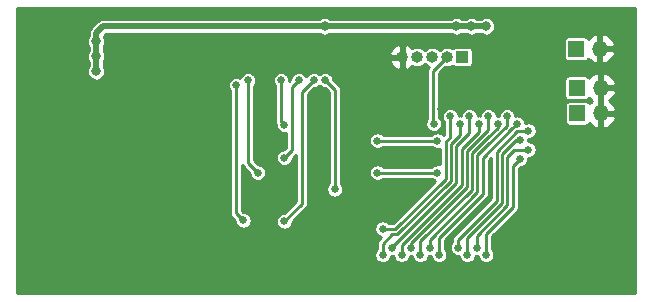
<source format=gbl>
G04 #@! TF.GenerationSoftware,KiCad,Pcbnew,(5.1.6)-1*
G04 #@! TF.CreationDate,2020-10-07T22:12:15+02:00*
G04 #@! TF.ProjectId,PeugeoutTypeCDisplayHack,50657567-656f-4757-9454-797065434469,1*
G04 #@! TF.SameCoordinates,Original*
G04 #@! TF.FileFunction,Copper,L2,Bot*
G04 #@! TF.FilePolarity,Positive*
%FSLAX46Y46*%
G04 Gerber Fmt 4.6, Leading zero omitted, Abs format (unit mm)*
G04 Created by KiCad (PCBNEW (5.1.6)-1) date 2020-10-07 22:12:15*
%MOMM*%
%LPD*%
G01*
G04 APERTURE LIST*
G04 #@! TA.AperFunction,ComponentPad*
%ADD10R,1.350000X1.350000*%
G04 #@! TD*
G04 #@! TA.AperFunction,ComponentPad*
%ADD11O,1.350000X1.350000*%
G04 #@! TD*
G04 #@! TA.AperFunction,ComponentPad*
%ADD12R,1.000000X1.000000*%
G04 #@! TD*
G04 #@! TA.AperFunction,ComponentPad*
%ADD13O,1.000000X1.000000*%
G04 #@! TD*
G04 #@! TA.AperFunction,ViaPad*
%ADD14C,0.800000*%
G04 #@! TD*
G04 #@! TA.AperFunction,ViaPad*
%ADD15C,0.650000*%
G04 #@! TD*
G04 #@! TA.AperFunction,Conductor*
%ADD16C,0.500000*%
G04 #@! TD*
G04 #@! TA.AperFunction,Conductor*
%ADD17C,0.250000*%
G04 #@! TD*
G04 #@! TA.AperFunction,Conductor*
%ADD18C,0.254000*%
G04 #@! TD*
G04 APERTURE END LIST*
D10*
X148323500Y-106712000D03*
D11*
X150323500Y-106712000D03*
D10*
X148355500Y-108871000D03*
D11*
X150355500Y-108871000D03*
D10*
X148260000Y-103410000D03*
D11*
X150260000Y-103410000D03*
D12*
X138608000Y-104108500D03*
D13*
X137338000Y-104108500D03*
X136068000Y-104108500D03*
X134798000Y-104108500D03*
X133528000Y-104108500D03*
D14*
X140640000Y-101505000D03*
X139370000Y-101505000D03*
X138100000Y-101505000D03*
X107620000Y-105315000D03*
X107620000Y-102775000D03*
X107620000Y-104045000D03*
X126949400Y-101505000D03*
D15*
X120066000Y-117938800D03*
X119481800Y-106483400D03*
X131877000Y-118650000D03*
X137605000Y-109125000D03*
X131877558Y-120872500D03*
X138405000Y-109760000D03*
X132673476Y-120237500D03*
X139205000Y-109125000D03*
X133469394Y-120872500D03*
X140005000Y-109760000D03*
X134265312Y-120237500D03*
X140805000Y-109125000D03*
X135061230Y-120872500D03*
X141605000Y-109760000D03*
X135857148Y-120237500D03*
X142405000Y-109125000D03*
X136653066Y-120872500D03*
X143205000Y-109760000D03*
X138244902Y-120237500D03*
X144196000Y-110344500D03*
X139040820Y-120872500D03*
X143497500Y-111144500D03*
X139836738Y-120237500D03*
X144196000Y-111944500D03*
X140632656Y-120872500D03*
X143497500Y-112744500D03*
X127813000Y-115297200D03*
X127000200Y-106051600D03*
X123545800Y-118015000D03*
X126035000Y-106051600D03*
X123545800Y-112630200D03*
X124765000Y-106051600D03*
X123545800Y-109836200D03*
X123266400Y-106051600D03*
X121285200Y-113887500D03*
X120472400Y-106077000D03*
X131432500Y-113887500D03*
X136512500Y-113887500D03*
X131432500Y-111188750D03*
X136512500Y-111188750D03*
X144196000Y-115144500D03*
X144005000Y-108490000D03*
X136805000Y-108490000D03*
X125247600Y-103029000D03*
X120243800Y-103029000D03*
X127750000Y-103029000D03*
X126289000Y-111188750D03*
X126289000Y-113887500D03*
X126289000Y-116586250D03*
X126289000Y-119285000D03*
X127102050Y-120555000D03*
X127897968Y-121190000D03*
X128693886Y-120618500D03*
X126306132Y-121190000D03*
X105080000Y-117380000D03*
X103810000Y-117380000D03*
X103810000Y-118650000D03*
X103810000Y-119920000D03*
X105016500Y-121190000D03*
X103810000Y-121190000D03*
X104445000Y-116745000D03*
X103175000Y-118015000D03*
X103175000Y-119285000D03*
X103175000Y-120555000D03*
X105715000Y-116745000D03*
X116827500Y-113900200D03*
X116827500Y-111188750D03*
X126289000Y-108490000D03*
X116827500Y-116586250D03*
X116129000Y-116586250D03*
X116129000Y-119285000D03*
X116827500Y-119285000D03*
X116129000Y-111207800D03*
X116129000Y-113900200D03*
X147688500Y-111220500D03*
X147688500Y-113824000D03*
X152006500Y-116618000D03*
X136195000Y-109760000D03*
D16*
X140640000Y-101505000D02*
X108191500Y-101505000D01*
X107620000Y-102076500D02*
X107620000Y-105315000D01*
X108191500Y-101505000D02*
X107620000Y-102076500D01*
D17*
X119481800Y-117354600D02*
X120066000Y-117938800D01*
X119481800Y-106483400D02*
X119481800Y-117354600D01*
X137605000Y-109125000D02*
X137605000Y-110903542D01*
X137605000Y-110903542D02*
X137199980Y-111308562D01*
X137199980Y-111308562D02*
X137199980Y-114402290D01*
X132952270Y-118650000D02*
X131877000Y-118650000D01*
X137199980Y-114402290D02*
X132952270Y-118650000D01*
X131877558Y-119918032D02*
X131877558Y-120872500D01*
X132670045Y-119125545D02*
X131877558Y-119918032D01*
X138405000Y-109760000D02*
X138405000Y-110739952D01*
X138405000Y-110739952D02*
X137649990Y-111494962D01*
X137649990Y-111494962D02*
X137649990Y-114588690D01*
X137649990Y-114588690D02*
X133113135Y-119125545D01*
X133113135Y-119125545D02*
X132670045Y-119125545D01*
X138100000Y-114775090D02*
X138100000Y-111681362D01*
X132673476Y-120237500D02*
X132673476Y-120201614D01*
X139205000Y-110576362D02*
X139205000Y-109125000D01*
X138100000Y-111681362D02*
X139205000Y-110576362D01*
X132673476Y-120201614D02*
X138100000Y-114775090D01*
X133469394Y-120042106D02*
X133469394Y-120872500D01*
X138550010Y-114961490D02*
X133469394Y-120042106D01*
X138550010Y-111867762D02*
X138550010Y-114961490D01*
X140005000Y-110412772D02*
X138550010Y-111867762D01*
X140005000Y-109760000D02*
X140005000Y-110412772D01*
X140805000Y-110249182D02*
X140805000Y-109125000D01*
X139000020Y-115147890D02*
X139000020Y-112054162D01*
X134265312Y-119882598D02*
X139000020Y-115147890D01*
X139000020Y-112054162D02*
X140805000Y-110249182D01*
X134265312Y-120237500D02*
X134265312Y-119882598D01*
X141605000Y-110085592D02*
X141605000Y-109760000D01*
X140809046Y-110881546D02*
X141605000Y-110085592D01*
X140809046Y-110883134D02*
X140809046Y-110881546D01*
X140548950Y-111143230D02*
X140809046Y-110883134D01*
X135061230Y-120872500D02*
X135061230Y-120071416D01*
X140548950Y-111143230D02*
X140547362Y-111143230D01*
X139450030Y-112240562D02*
X139450029Y-115334291D01*
X140547362Y-111143230D02*
X139450030Y-112240562D01*
X135061230Y-119723090D02*
X135061230Y-120071416D01*
X139450029Y-115334291D02*
X135061230Y-119723090D01*
X142405000Y-109125000D02*
X142405000Y-109922002D01*
X139900040Y-112468460D02*
X139900038Y-115520692D01*
X135857148Y-119563582D02*
X135857148Y-120237500D01*
X139900038Y-115520692D02*
X135857148Y-119563582D01*
X142405000Y-109125000D02*
X142405000Y-109923590D01*
X140735351Y-111593239D02*
X140733763Y-111593239D01*
X142405000Y-109923590D02*
X140735351Y-111593239D01*
X139900040Y-112426962D02*
X139900040Y-112468460D01*
X140733763Y-111593239D02*
X139900040Y-112426962D01*
X142855009Y-110109991D02*
X140350058Y-112614942D01*
X140350058Y-112614942D02*
X140350058Y-113351942D01*
X140350049Y-113351951D02*
X140350047Y-115707093D01*
X140350058Y-113351942D02*
X140350049Y-113351951D01*
X136653066Y-119404074D02*
X136653066Y-120872500D01*
X140350047Y-115707093D02*
X136653066Y-119404074D01*
X142855009Y-110109991D02*
X143205000Y-109760000D01*
X138244902Y-120237500D02*
X138244902Y-119556902D01*
X138244902Y-119556902D02*
X141529000Y-116272804D01*
X144130499Y-110410001D02*
X144196000Y-110344500D01*
X141529000Y-112150998D02*
X143269997Y-110410001D01*
X143269997Y-110410001D02*
X144130499Y-110410001D01*
X141529000Y-116272804D02*
X141529000Y-112150998D01*
X139040820Y-120058680D02*
X139040820Y-120872500D01*
X143497500Y-111144500D02*
X143171908Y-111144500D01*
X141979010Y-112337398D02*
X141979010Y-116459204D01*
X143171908Y-111144500D02*
X141979010Y-112337398D01*
X139040820Y-119397394D02*
X139040820Y-120058680D01*
X141979010Y-116459204D02*
X139040820Y-119397394D01*
X142429020Y-112542980D02*
X142429019Y-116645605D01*
X144196000Y-111944500D02*
X143027500Y-111944500D01*
X139836738Y-119237886D02*
X139836738Y-120237500D01*
X142429019Y-116645605D02*
X139836738Y-119237886D01*
X143027500Y-111944500D02*
X142429020Y-112542980D01*
X143497500Y-112744500D02*
X142879030Y-113362970D01*
X142879030Y-113362970D02*
X142879028Y-116832006D01*
X140632656Y-119078378D02*
X140632656Y-120872500D01*
X142879028Y-116832006D02*
X140632656Y-119078378D01*
X127813000Y-106864400D02*
X127000200Y-106051600D01*
X127813000Y-115297200D02*
X127813000Y-106864400D01*
X125019000Y-107067600D02*
X126035000Y-106051600D01*
X123545800Y-118015000D02*
X125019000Y-116541800D01*
X125019000Y-116541800D02*
X125019000Y-107067600D01*
X124195801Y-106620799D02*
X124765000Y-106051600D01*
X124195801Y-111980199D02*
X124195801Y-106620799D01*
X123545800Y-112630200D02*
X124195801Y-111980199D01*
X123266400Y-109556800D02*
X123545800Y-109836200D01*
X123266400Y-106051600D02*
X123266400Y-109556800D01*
X120472400Y-113074700D02*
X121285200Y-113887500D01*
X120472400Y-106077000D02*
X120472400Y-113074700D01*
X131432500Y-113887500D02*
X136512500Y-113887500D01*
X131432500Y-111188750D02*
X136512500Y-111188750D01*
X136154999Y-105291501D02*
X137338000Y-104108500D01*
X136154999Y-109719999D02*
X136154999Y-105291501D01*
X136195000Y-109760000D02*
X136154999Y-109719999D01*
D18*
G36*
X153213000Y-124111000D02*
G01*
X100914400Y-124111000D01*
X100914400Y-106413865D01*
X118775800Y-106413865D01*
X118775800Y-106552935D01*
X118802931Y-106689333D01*
X118856151Y-106817816D01*
X118933414Y-106933449D01*
X118975800Y-106975835D01*
X118975801Y-117329744D01*
X118973353Y-117354600D01*
X118983122Y-117453792D01*
X119012055Y-117549174D01*
X119033927Y-117590092D01*
X119059042Y-117637079D01*
X119122274Y-117714127D01*
X119141580Y-117729971D01*
X119360000Y-117948391D01*
X119360000Y-118008335D01*
X119387131Y-118144733D01*
X119440351Y-118273216D01*
X119517614Y-118388849D01*
X119615951Y-118487186D01*
X119731584Y-118564449D01*
X119860067Y-118617669D01*
X119996465Y-118644800D01*
X120135535Y-118644800D01*
X120271933Y-118617669D01*
X120400416Y-118564449D01*
X120516049Y-118487186D01*
X120614386Y-118388849D01*
X120691649Y-118273216D01*
X120744869Y-118144733D01*
X120772000Y-118008335D01*
X120772000Y-117869265D01*
X120744869Y-117732867D01*
X120691649Y-117604384D01*
X120614386Y-117488751D01*
X120516049Y-117390414D01*
X120400416Y-117313151D01*
X120271933Y-117259931D01*
X120135535Y-117232800D01*
X120075591Y-117232800D01*
X119987800Y-117145009D01*
X119987800Y-113220302D01*
X120002655Y-113269274D01*
X120002656Y-113269275D01*
X120049642Y-113357179D01*
X120112874Y-113434227D01*
X120132180Y-113450071D01*
X120579200Y-113897092D01*
X120579200Y-113957035D01*
X120606331Y-114093433D01*
X120659551Y-114221916D01*
X120736814Y-114337549D01*
X120835151Y-114435886D01*
X120950784Y-114513149D01*
X121079267Y-114566369D01*
X121215665Y-114593500D01*
X121354735Y-114593500D01*
X121491133Y-114566369D01*
X121619616Y-114513149D01*
X121735249Y-114435886D01*
X121833586Y-114337549D01*
X121910849Y-114221916D01*
X121964069Y-114093433D01*
X121991200Y-113957035D01*
X121991200Y-113817965D01*
X121964069Y-113681567D01*
X121910849Y-113553084D01*
X121833586Y-113437451D01*
X121735249Y-113339114D01*
X121619616Y-113261851D01*
X121491133Y-113208631D01*
X121354735Y-113181500D01*
X121294792Y-113181500D01*
X120978400Y-112865109D01*
X120978400Y-106569435D01*
X121020786Y-106527049D01*
X121098049Y-106411416D01*
X121151269Y-106282933D01*
X121178400Y-106146535D01*
X121178400Y-106007465D01*
X121173348Y-105982065D01*
X122560400Y-105982065D01*
X122560400Y-106121135D01*
X122587531Y-106257533D01*
X122640751Y-106386016D01*
X122718014Y-106501649D01*
X122760400Y-106544035D01*
X122760401Y-109531944D01*
X122757953Y-109556800D01*
X122767722Y-109655992D01*
X122796655Y-109751374D01*
X122818527Y-109792292D01*
X122839800Y-109832091D01*
X122839800Y-109905735D01*
X122866931Y-110042133D01*
X122920151Y-110170616D01*
X122997414Y-110286249D01*
X123095751Y-110384586D01*
X123211384Y-110461849D01*
X123339867Y-110515069D01*
X123476265Y-110542200D01*
X123615335Y-110542200D01*
X123689801Y-110527388D01*
X123689801Y-111770607D01*
X123536208Y-111924200D01*
X123476265Y-111924200D01*
X123339867Y-111951331D01*
X123211384Y-112004551D01*
X123095751Y-112081814D01*
X122997414Y-112180151D01*
X122920151Y-112295784D01*
X122866931Y-112424267D01*
X122839800Y-112560665D01*
X122839800Y-112699735D01*
X122866931Y-112836133D01*
X122920151Y-112964616D01*
X122997414Y-113080249D01*
X123095751Y-113178586D01*
X123211384Y-113255849D01*
X123339867Y-113309069D01*
X123476265Y-113336200D01*
X123615335Y-113336200D01*
X123751733Y-113309069D01*
X123880216Y-113255849D01*
X123995849Y-113178586D01*
X124094186Y-113080249D01*
X124171449Y-112964616D01*
X124224669Y-112836133D01*
X124251800Y-112699735D01*
X124251800Y-112639792D01*
X124513000Y-112378591D01*
X124513000Y-116332208D01*
X123536209Y-117309000D01*
X123476265Y-117309000D01*
X123339867Y-117336131D01*
X123211384Y-117389351D01*
X123095751Y-117466614D01*
X122997414Y-117564951D01*
X122920151Y-117680584D01*
X122866931Y-117809067D01*
X122839800Y-117945465D01*
X122839800Y-118084535D01*
X122866931Y-118220933D01*
X122920151Y-118349416D01*
X122997414Y-118465049D01*
X123095751Y-118563386D01*
X123211384Y-118640649D01*
X123339867Y-118693869D01*
X123476265Y-118721000D01*
X123615335Y-118721000D01*
X123751733Y-118693869D01*
X123880216Y-118640649D01*
X123995849Y-118563386D01*
X124094186Y-118465049D01*
X124171449Y-118349416D01*
X124224669Y-118220933D01*
X124251800Y-118084535D01*
X124251800Y-118024591D01*
X125359220Y-116917172D01*
X125378527Y-116901327D01*
X125441759Y-116824279D01*
X125488745Y-116736375D01*
X125517678Y-116640993D01*
X125525000Y-116566654D01*
X125525000Y-116566647D01*
X125527447Y-116541801D01*
X125525000Y-116516955D01*
X125525000Y-107277191D01*
X126044592Y-106757600D01*
X126104535Y-106757600D01*
X126240933Y-106730469D01*
X126369416Y-106677249D01*
X126485049Y-106599986D01*
X126517600Y-106567435D01*
X126550151Y-106599986D01*
X126665784Y-106677249D01*
X126794267Y-106730469D01*
X126930665Y-106757600D01*
X126990609Y-106757600D01*
X127307001Y-107073993D01*
X127307000Y-114804765D01*
X127264614Y-114847151D01*
X127187351Y-114962784D01*
X127134131Y-115091267D01*
X127107000Y-115227665D01*
X127107000Y-115366735D01*
X127134131Y-115503133D01*
X127187351Y-115631616D01*
X127264614Y-115747249D01*
X127362951Y-115845586D01*
X127478584Y-115922849D01*
X127607067Y-115976069D01*
X127743465Y-116003200D01*
X127882535Y-116003200D01*
X128018933Y-115976069D01*
X128147416Y-115922849D01*
X128263049Y-115845586D01*
X128361386Y-115747249D01*
X128438649Y-115631616D01*
X128491869Y-115503133D01*
X128519000Y-115366735D01*
X128519000Y-115227665D01*
X128491869Y-115091267D01*
X128438649Y-114962784D01*
X128361386Y-114847151D01*
X128319000Y-114804765D01*
X128319000Y-111119215D01*
X130726500Y-111119215D01*
X130726500Y-111258285D01*
X130753631Y-111394683D01*
X130806851Y-111523166D01*
X130884114Y-111638799D01*
X130982451Y-111737136D01*
X131098084Y-111814399D01*
X131226567Y-111867619D01*
X131362965Y-111894750D01*
X131502035Y-111894750D01*
X131638433Y-111867619D01*
X131766916Y-111814399D01*
X131882549Y-111737136D01*
X131924935Y-111694750D01*
X136020065Y-111694750D01*
X136062451Y-111737136D01*
X136178084Y-111814399D01*
X136306567Y-111867619D01*
X136442965Y-111894750D01*
X136582035Y-111894750D01*
X136693980Y-111872483D01*
X136693981Y-113203767D01*
X136582035Y-113181500D01*
X136442965Y-113181500D01*
X136306567Y-113208631D01*
X136178084Y-113261851D01*
X136062451Y-113339114D01*
X136020065Y-113381500D01*
X131924935Y-113381500D01*
X131882549Y-113339114D01*
X131766916Y-113261851D01*
X131638433Y-113208631D01*
X131502035Y-113181500D01*
X131362965Y-113181500D01*
X131226567Y-113208631D01*
X131098084Y-113261851D01*
X130982451Y-113339114D01*
X130884114Y-113437451D01*
X130806851Y-113553084D01*
X130753631Y-113681567D01*
X130726500Y-113817965D01*
X130726500Y-113957035D01*
X130753631Y-114093433D01*
X130806851Y-114221916D01*
X130884114Y-114337549D01*
X130982451Y-114435886D01*
X131098084Y-114513149D01*
X131226567Y-114566369D01*
X131362965Y-114593500D01*
X131502035Y-114593500D01*
X131638433Y-114566369D01*
X131766916Y-114513149D01*
X131882549Y-114435886D01*
X131924935Y-114393500D01*
X136020065Y-114393500D01*
X136062451Y-114435886D01*
X136178084Y-114513149D01*
X136306567Y-114566369D01*
X136318029Y-114568649D01*
X132742679Y-118144000D01*
X132369435Y-118144000D01*
X132327049Y-118101614D01*
X132211416Y-118024351D01*
X132082933Y-117971131D01*
X131946535Y-117944000D01*
X131807465Y-117944000D01*
X131671067Y-117971131D01*
X131542584Y-118024351D01*
X131426951Y-118101614D01*
X131328614Y-118199951D01*
X131251351Y-118315584D01*
X131198131Y-118444067D01*
X131171000Y-118580465D01*
X131171000Y-118719535D01*
X131198131Y-118855933D01*
X131251351Y-118984416D01*
X131328614Y-119100049D01*
X131426951Y-119198386D01*
X131542584Y-119275649D01*
X131671067Y-119328869D01*
X131737847Y-119342152D01*
X131537343Y-119542656D01*
X131518031Y-119558505D01*
X131454799Y-119635553D01*
X131407813Y-119723458D01*
X131378880Y-119818840D01*
X131371558Y-119893179D01*
X131371558Y-119893186D01*
X131369111Y-119918032D01*
X131371558Y-119942879D01*
X131371558Y-120380065D01*
X131329172Y-120422451D01*
X131251909Y-120538084D01*
X131198689Y-120666567D01*
X131171558Y-120802965D01*
X131171558Y-120942035D01*
X131198689Y-121078433D01*
X131251909Y-121206916D01*
X131329172Y-121322549D01*
X131427509Y-121420886D01*
X131543142Y-121498149D01*
X131671625Y-121551369D01*
X131808023Y-121578500D01*
X131947093Y-121578500D01*
X132083491Y-121551369D01*
X132211974Y-121498149D01*
X132327607Y-121420886D01*
X132425944Y-121322549D01*
X132503207Y-121206916D01*
X132556427Y-121078433D01*
X132583558Y-120942035D01*
X132583558Y-120939446D01*
X132603941Y-120943500D01*
X132743011Y-120943500D01*
X132763394Y-120939446D01*
X132763394Y-120942035D01*
X132790525Y-121078433D01*
X132843745Y-121206916D01*
X132921008Y-121322549D01*
X133019345Y-121420886D01*
X133134978Y-121498149D01*
X133263461Y-121551369D01*
X133399859Y-121578500D01*
X133538929Y-121578500D01*
X133675327Y-121551369D01*
X133803810Y-121498149D01*
X133919443Y-121420886D01*
X134017780Y-121322549D01*
X134095043Y-121206916D01*
X134148263Y-121078433D01*
X134175394Y-120942035D01*
X134175394Y-120939446D01*
X134195777Y-120943500D01*
X134334847Y-120943500D01*
X134355230Y-120939446D01*
X134355230Y-120942035D01*
X134382361Y-121078433D01*
X134435581Y-121206916D01*
X134512844Y-121322549D01*
X134611181Y-121420886D01*
X134726814Y-121498149D01*
X134855297Y-121551369D01*
X134991695Y-121578500D01*
X135130765Y-121578500D01*
X135267163Y-121551369D01*
X135395646Y-121498149D01*
X135511279Y-121420886D01*
X135609616Y-121322549D01*
X135686879Y-121206916D01*
X135740099Y-121078433D01*
X135767230Y-120942035D01*
X135767230Y-120939446D01*
X135787613Y-120943500D01*
X135926683Y-120943500D01*
X135947066Y-120939446D01*
X135947066Y-120942035D01*
X135974197Y-121078433D01*
X136027417Y-121206916D01*
X136104680Y-121322549D01*
X136203017Y-121420886D01*
X136318650Y-121498149D01*
X136447133Y-121551369D01*
X136583531Y-121578500D01*
X136722601Y-121578500D01*
X136858999Y-121551369D01*
X136987482Y-121498149D01*
X137103115Y-121420886D01*
X137201452Y-121322549D01*
X137278715Y-121206916D01*
X137331935Y-121078433D01*
X137359066Y-120942035D01*
X137359066Y-120802965D01*
X137331935Y-120666567D01*
X137278715Y-120538084D01*
X137201452Y-120422451D01*
X137159066Y-120380065D01*
X137159066Y-119613665D01*
X140690272Y-116082460D01*
X140709573Y-116066620D01*
X140725413Y-116047319D01*
X140725417Y-116047315D01*
X140772805Y-115989572D01*
X140819792Y-115901668D01*
X140848725Y-115806286D01*
X140858495Y-115707093D01*
X140856046Y-115682229D01*
X140856049Y-113376888D01*
X140856058Y-113376796D01*
X140858506Y-113351942D01*
X140856058Y-113327088D01*
X140856058Y-112824533D01*
X141023001Y-112657590D01*
X141023000Y-116063212D01*
X137904683Y-119181530D01*
X137885376Y-119197375D01*
X137822144Y-119274423D01*
X137809434Y-119298202D01*
X137775157Y-119362328D01*
X137746224Y-119457710D01*
X137736455Y-119556902D01*
X137738903Y-119581758D01*
X137738903Y-119745064D01*
X137696516Y-119787451D01*
X137619253Y-119903084D01*
X137566033Y-120031567D01*
X137538902Y-120167965D01*
X137538902Y-120307035D01*
X137566033Y-120443433D01*
X137619253Y-120571916D01*
X137696516Y-120687549D01*
X137794853Y-120785886D01*
X137910486Y-120863149D01*
X138038969Y-120916369D01*
X138175367Y-120943500D01*
X138314437Y-120943500D01*
X138334820Y-120939446D01*
X138334820Y-120942035D01*
X138361951Y-121078433D01*
X138415171Y-121206916D01*
X138492434Y-121322549D01*
X138590771Y-121420886D01*
X138706404Y-121498149D01*
X138834887Y-121551369D01*
X138971285Y-121578500D01*
X139110355Y-121578500D01*
X139246753Y-121551369D01*
X139375236Y-121498149D01*
X139490869Y-121420886D01*
X139589206Y-121322549D01*
X139666469Y-121206916D01*
X139719689Y-121078433D01*
X139746820Y-120942035D01*
X139746820Y-120939446D01*
X139767203Y-120943500D01*
X139906273Y-120943500D01*
X139926656Y-120939446D01*
X139926656Y-120942035D01*
X139953787Y-121078433D01*
X140007007Y-121206916D01*
X140084270Y-121322549D01*
X140182607Y-121420886D01*
X140298240Y-121498149D01*
X140426723Y-121551369D01*
X140563121Y-121578500D01*
X140702191Y-121578500D01*
X140838589Y-121551369D01*
X140967072Y-121498149D01*
X141082705Y-121420886D01*
X141181042Y-121322549D01*
X141258305Y-121206916D01*
X141311525Y-121078433D01*
X141338656Y-120942035D01*
X141338656Y-120802965D01*
X141311525Y-120666567D01*
X141258305Y-120538084D01*
X141181042Y-120422451D01*
X141138656Y-120380065D01*
X141138656Y-119287969D01*
X143219253Y-117207373D01*
X143238554Y-117191533D01*
X143254394Y-117172232D01*
X143254398Y-117172228D01*
X143301786Y-117114485D01*
X143348773Y-117026581D01*
X143377706Y-116931199D01*
X143387476Y-116832006D01*
X143385027Y-116807142D01*
X143385030Y-113572561D01*
X143507091Y-113450500D01*
X143567035Y-113450500D01*
X143703433Y-113423369D01*
X143831916Y-113370149D01*
X143947549Y-113292886D01*
X144045886Y-113194549D01*
X144123149Y-113078916D01*
X144176369Y-112950433D01*
X144203500Y-112814035D01*
X144203500Y-112674965D01*
X144198634Y-112650500D01*
X144265535Y-112650500D01*
X144401933Y-112623369D01*
X144530416Y-112570149D01*
X144646049Y-112492886D01*
X144744386Y-112394549D01*
X144821649Y-112278916D01*
X144874869Y-112150433D01*
X144902000Y-112014035D01*
X144902000Y-111874965D01*
X144874869Y-111738567D01*
X144821649Y-111610084D01*
X144744386Y-111494451D01*
X144646049Y-111396114D01*
X144530416Y-111318851D01*
X144401933Y-111265631D01*
X144265535Y-111238500D01*
X144198634Y-111238500D01*
X144203500Y-111214035D01*
X144203500Y-111074965D01*
X144198634Y-111050500D01*
X144265535Y-111050500D01*
X144401933Y-111023369D01*
X144530416Y-110970149D01*
X144646049Y-110892886D01*
X144744386Y-110794549D01*
X144821649Y-110678916D01*
X144874869Y-110550433D01*
X144902000Y-110414035D01*
X144902000Y-110274965D01*
X144874869Y-110138567D01*
X144821649Y-110010084D01*
X144744386Y-109894451D01*
X144646049Y-109796114D01*
X144530416Y-109718851D01*
X144401933Y-109665631D01*
X144265535Y-109638500D01*
X144126465Y-109638500D01*
X143990067Y-109665631D01*
X143911000Y-109698382D01*
X143911000Y-109690465D01*
X143883869Y-109554067D01*
X143830649Y-109425584D01*
X143753386Y-109309951D01*
X143655049Y-109211614D01*
X143539416Y-109134351D01*
X143410933Y-109081131D01*
X143274535Y-109054000D01*
X143135465Y-109054000D01*
X143111000Y-109058866D01*
X143111000Y-109055465D01*
X143083869Y-108919067D01*
X143030649Y-108790584D01*
X142953386Y-108674951D01*
X142855049Y-108576614D01*
X142739416Y-108499351D01*
X142610933Y-108446131D01*
X142474535Y-108419000D01*
X142335465Y-108419000D01*
X142199067Y-108446131D01*
X142070584Y-108499351D01*
X141954951Y-108576614D01*
X141856614Y-108674951D01*
X141779351Y-108790584D01*
X141726131Y-108919067D01*
X141699000Y-109055465D01*
X141699000Y-109058866D01*
X141674535Y-109054000D01*
X141535465Y-109054000D01*
X141511000Y-109058866D01*
X141511000Y-109055465D01*
X141483869Y-108919067D01*
X141430649Y-108790584D01*
X141353386Y-108674951D01*
X141255049Y-108576614D01*
X141139416Y-108499351D01*
X141010933Y-108446131D01*
X140874535Y-108419000D01*
X140735465Y-108419000D01*
X140599067Y-108446131D01*
X140470584Y-108499351D01*
X140354951Y-108576614D01*
X140256614Y-108674951D01*
X140179351Y-108790584D01*
X140126131Y-108919067D01*
X140099000Y-109055465D01*
X140099000Y-109058866D01*
X140074535Y-109054000D01*
X139935465Y-109054000D01*
X139911000Y-109058866D01*
X139911000Y-109055465D01*
X139883869Y-108919067D01*
X139830649Y-108790584D01*
X139753386Y-108674951D01*
X139655049Y-108576614D01*
X139539416Y-108499351D01*
X139410933Y-108446131D01*
X139274535Y-108419000D01*
X139135465Y-108419000D01*
X138999067Y-108446131D01*
X138870584Y-108499351D01*
X138754951Y-108576614D01*
X138656614Y-108674951D01*
X138579351Y-108790584D01*
X138526131Y-108919067D01*
X138499000Y-109055465D01*
X138499000Y-109058866D01*
X138474535Y-109054000D01*
X138335465Y-109054000D01*
X138311000Y-109058866D01*
X138311000Y-109055465D01*
X138283869Y-108919067D01*
X138230649Y-108790584D01*
X138153386Y-108674951D01*
X138055049Y-108576614D01*
X137939416Y-108499351D01*
X137810933Y-108446131D01*
X137674535Y-108419000D01*
X137535465Y-108419000D01*
X137399067Y-108446131D01*
X137270584Y-108499351D01*
X137154951Y-108576614D01*
X137056614Y-108674951D01*
X136979351Y-108790584D01*
X136926131Y-108919067D01*
X136899000Y-109055465D01*
X136899000Y-109194535D01*
X136926131Y-109330933D01*
X136979351Y-109459416D01*
X137056614Y-109575049D01*
X137099000Y-109617435D01*
X137099001Y-110693950D01*
X137057568Y-110735383D01*
X136962549Y-110640364D01*
X136846916Y-110563101D01*
X136718433Y-110509881D01*
X136582035Y-110482750D01*
X136442965Y-110482750D01*
X136306567Y-110509881D01*
X136178084Y-110563101D01*
X136062451Y-110640364D01*
X136020065Y-110682750D01*
X131924935Y-110682750D01*
X131882549Y-110640364D01*
X131766916Y-110563101D01*
X131638433Y-110509881D01*
X131502035Y-110482750D01*
X131362965Y-110482750D01*
X131226567Y-110509881D01*
X131098084Y-110563101D01*
X130982451Y-110640364D01*
X130884114Y-110738701D01*
X130806851Y-110854334D01*
X130753631Y-110982817D01*
X130726500Y-111119215D01*
X128319000Y-111119215D01*
X128319000Y-106889254D01*
X128321448Y-106864400D01*
X128311678Y-106765207D01*
X128282745Y-106669825D01*
X128235759Y-106581921D01*
X128172527Y-106504873D01*
X128153220Y-106489028D01*
X127706200Y-106042009D01*
X127706200Y-105982065D01*
X127679069Y-105845667D01*
X127625849Y-105717184D01*
X127548586Y-105601551D01*
X127450249Y-105503214D01*
X127334616Y-105425951D01*
X127206133Y-105372731D01*
X127069735Y-105345600D01*
X126930665Y-105345600D01*
X126794267Y-105372731D01*
X126665784Y-105425951D01*
X126550151Y-105503214D01*
X126517600Y-105535765D01*
X126485049Y-105503214D01*
X126369416Y-105425951D01*
X126240933Y-105372731D01*
X126104535Y-105345600D01*
X125965465Y-105345600D01*
X125829067Y-105372731D01*
X125700584Y-105425951D01*
X125584951Y-105503214D01*
X125486614Y-105601551D01*
X125409351Y-105717184D01*
X125400000Y-105739759D01*
X125390649Y-105717184D01*
X125313386Y-105601551D01*
X125215049Y-105503214D01*
X125099416Y-105425951D01*
X124970933Y-105372731D01*
X124834535Y-105345600D01*
X124695465Y-105345600D01*
X124559067Y-105372731D01*
X124430584Y-105425951D01*
X124314951Y-105503214D01*
X124216614Y-105601551D01*
X124139351Y-105717184D01*
X124086131Y-105845667D01*
X124059000Y-105982065D01*
X124059000Y-106042009D01*
X123970544Y-106130464D01*
X123972400Y-106121135D01*
X123972400Y-105982065D01*
X123945269Y-105845667D01*
X123892049Y-105717184D01*
X123814786Y-105601551D01*
X123716449Y-105503214D01*
X123600816Y-105425951D01*
X123472333Y-105372731D01*
X123335935Y-105345600D01*
X123196865Y-105345600D01*
X123060467Y-105372731D01*
X122931984Y-105425951D01*
X122816351Y-105503214D01*
X122718014Y-105601551D01*
X122640751Y-105717184D01*
X122587531Y-105845667D01*
X122560400Y-105982065D01*
X121173348Y-105982065D01*
X121151269Y-105871067D01*
X121098049Y-105742584D01*
X121020786Y-105626951D01*
X120922449Y-105528614D01*
X120806816Y-105451351D01*
X120678333Y-105398131D01*
X120541935Y-105371000D01*
X120402865Y-105371000D01*
X120266467Y-105398131D01*
X120137984Y-105451351D01*
X120022351Y-105528614D01*
X119924014Y-105626951D01*
X119846751Y-105742584D01*
X119801561Y-105851681D01*
X119687733Y-105804531D01*
X119551335Y-105777400D01*
X119412265Y-105777400D01*
X119275867Y-105804531D01*
X119147384Y-105857751D01*
X119031751Y-105935014D01*
X118933414Y-106033351D01*
X118856151Y-106148984D01*
X118802931Y-106277467D01*
X118775800Y-106413865D01*
X100914400Y-106413865D01*
X100914400Y-102698078D01*
X106839000Y-102698078D01*
X106839000Y-102851922D01*
X106869013Y-103002809D01*
X106927887Y-103144942D01*
X106989000Y-103236405D01*
X106989000Y-103583595D01*
X106927887Y-103675058D01*
X106869013Y-103817191D01*
X106839000Y-103968078D01*
X106839000Y-104121922D01*
X106869013Y-104272809D01*
X106927887Y-104414942D01*
X106989001Y-104506406D01*
X106989001Y-104853594D01*
X106927887Y-104945058D01*
X106869013Y-105087191D01*
X106839000Y-105238078D01*
X106839000Y-105391922D01*
X106869013Y-105542809D01*
X106927887Y-105684942D01*
X107013358Y-105812859D01*
X107122141Y-105921642D01*
X107250058Y-106007113D01*
X107392191Y-106065987D01*
X107543078Y-106096000D01*
X107696922Y-106096000D01*
X107847809Y-106065987D01*
X107989942Y-106007113D01*
X108117859Y-105921642D01*
X108226642Y-105812859D01*
X108312113Y-105684942D01*
X108370987Y-105542809D01*
X108401000Y-105391922D01*
X108401000Y-105238078D01*
X108370987Y-105087191D01*
X108312113Y-104945058D01*
X108251000Y-104853595D01*
X108251000Y-104506405D01*
X108312113Y-104414942D01*
X108314004Y-104410376D01*
X132433874Y-104410376D01*
X132513790Y-104618029D01*
X132632682Y-104806101D01*
X132785980Y-104967365D01*
X132967794Y-105095623D01*
X133171136Y-105185946D01*
X133226126Y-105202619D01*
X133401000Y-105076454D01*
X133401000Y-104235500D01*
X132558871Y-104235500D01*
X132433874Y-104410376D01*
X108314004Y-104410376D01*
X108370987Y-104272809D01*
X108401000Y-104121922D01*
X108401000Y-103968078D01*
X108370987Y-103817191D01*
X108366610Y-103806624D01*
X132433874Y-103806624D01*
X132558871Y-103981500D01*
X133401000Y-103981500D01*
X133401000Y-103140546D01*
X133655000Y-103140546D01*
X133655000Y-103981500D01*
X133675000Y-103981500D01*
X133675000Y-104235500D01*
X133655000Y-104235500D01*
X133655000Y-105076454D01*
X133829874Y-105202619D01*
X133884864Y-105185946D01*
X134088206Y-105095623D01*
X134270020Y-104967365D01*
X134358431Y-104874359D01*
X134380690Y-104889232D01*
X134541022Y-104955644D01*
X134711229Y-104989500D01*
X134884771Y-104989500D01*
X135054978Y-104955644D01*
X135215310Y-104889232D01*
X135359605Y-104792818D01*
X135433000Y-104719423D01*
X135506395Y-104792818D01*
X135650690Y-104889232D01*
X135784920Y-104944832D01*
X135732241Y-105009022D01*
X135707126Y-105056009D01*
X135685254Y-105096927D01*
X135656321Y-105192309D01*
X135646552Y-105291501D01*
X135649000Y-105316357D01*
X135648999Y-109307566D01*
X135646614Y-109309951D01*
X135569351Y-109425584D01*
X135516131Y-109554067D01*
X135489000Y-109690465D01*
X135489000Y-109829535D01*
X135516131Y-109965933D01*
X135569351Y-110094416D01*
X135646614Y-110210049D01*
X135744951Y-110308386D01*
X135860584Y-110385649D01*
X135989067Y-110438869D01*
X136125465Y-110466000D01*
X136264535Y-110466000D01*
X136400933Y-110438869D01*
X136529416Y-110385649D01*
X136645049Y-110308386D01*
X136743386Y-110210049D01*
X136820649Y-110094416D01*
X136873869Y-109965933D01*
X136901000Y-109829535D01*
X136901000Y-109690465D01*
X136873869Y-109554067D01*
X136820649Y-109425584D01*
X136743386Y-109309951D01*
X136660999Y-109227564D01*
X136660999Y-106037000D01*
X147265657Y-106037000D01*
X147265657Y-107387000D01*
X147273013Y-107461689D01*
X147294799Y-107533508D01*
X147330178Y-107599696D01*
X147377789Y-107657711D01*
X147435804Y-107705322D01*
X147501992Y-107740701D01*
X147573811Y-107762487D01*
X147648500Y-107769843D01*
X148998500Y-107769843D01*
X149073189Y-107762487D01*
X149145008Y-107740701D01*
X149211196Y-107705322D01*
X149269211Y-107657711D01*
X149316822Y-107599696D01*
X149335854Y-107564090D01*
X149452273Y-107690303D01*
X149607244Y-107803151D01*
X149484273Y-107892697D01*
X149367854Y-108018910D01*
X149348822Y-107983304D01*
X149301211Y-107925289D01*
X149243196Y-107877678D01*
X149177008Y-107842299D01*
X149105189Y-107820513D01*
X149030500Y-107813157D01*
X147680500Y-107813157D01*
X147605811Y-107820513D01*
X147533992Y-107842299D01*
X147467804Y-107877678D01*
X147409789Y-107925289D01*
X147362178Y-107983304D01*
X147326799Y-108049492D01*
X147305013Y-108121311D01*
X147297657Y-108196000D01*
X147297657Y-109546000D01*
X147305013Y-109620689D01*
X147326799Y-109692508D01*
X147362178Y-109758696D01*
X147409789Y-109816711D01*
X147467804Y-109864322D01*
X147533992Y-109899701D01*
X147605811Y-109921487D01*
X147680500Y-109928843D01*
X149030500Y-109928843D01*
X149105189Y-109921487D01*
X149177008Y-109899701D01*
X149243196Y-109864322D01*
X149301211Y-109816711D01*
X149348822Y-109758696D01*
X149367854Y-109723090D01*
X149484273Y-109849303D01*
X149691871Y-110000473D01*
X149924972Y-110108238D01*
X150026100Y-110138910D01*
X150228500Y-110015224D01*
X150228500Y-108998000D01*
X150482500Y-108998000D01*
X150482500Y-110015224D01*
X150684900Y-110138910D01*
X150786028Y-110108238D01*
X151019129Y-110000473D01*
X151226727Y-109849303D01*
X151400844Y-109660537D01*
X151534789Y-109441430D01*
X151623415Y-109200401D01*
X151500585Y-108998000D01*
X150482500Y-108998000D01*
X150228500Y-108998000D01*
X150208500Y-108998000D01*
X150208500Y-108744000D01*
X150228500Y-108744000D01*
X150228500Y-107726776D01*
X150196500Y-107707221D01*
X150196500Y-106839000D01*
X150450500Y-106839000D01*
X150450500Y-107856224D01*
X150482500Y-107875779D01*
X150482500Y-108744000D01*
X151500585Y-108744000D01*
X151623415Y-108541599D01*
X151534789Y-108300570D01*
X151400844Y-108081463D01*
X151226727Y-107892697D01*
X151071756Y-107779849D01*
X151194727Y-107690303D01*
X151368844Y-107501537D01*
X151502789Y-107282430D01*
X151591415Y-107041401D01*
X151468585Y-106839000D01*
X150450500Y-106839000D01*
X150196500Y-106839000D01*
X150176500Y-106839000D01*
X150176500Y-106585000D01*
X150196500Y-106585000D01*
X150196500Y-105567776D01*
X150450500Y-105567776D01*
X150450500Y-106585000D01*
X151468585Y-106585000D01*
X151591415Y-106382599D01*
X151502789Y-106141570D01*
X151368844Y-105922463D01*
X151194727Y-105733697D01*
X150987129Y-105582527D01*
X150754028Y-105474762D01*
X150652900Y-105444090D01*
X150450500Y-105567776D01*
X150196500Y-105567776D01*
X149994100Y-105444090D01*
X149892972Y-105474762D01*
X149659871Y-105582527D01*
X149452273Y-105733697D01*
X149335854Y-105859910D01*
X149316822Y-105824304D01*
X149269211Y-105766289D01*
X149211196Y-105718678D01*
X149145008Y-105683299D01*
X149073189Y-105661513D01*
X148998500Y-105654157D01*
X147648500Y-105654157D01*
X147573811Y-105661513D01*
X147501992Y-105683299D01*
X147435804Y-105718678D01*
X147377789Y-105766289D01*
X147330178Y-105824304D01*
X147294799Y-105890492D01*
X147273013Y-105962311D01*
X147265657Y-106037000D01*
X136660999Y-106037000D01*
X136660999Y-105501092D01*
X137185638Y-104976453D01*
X137251229Y-104989500D01*
X137424771Y-104989500D01*
X137594978Y-104955644D01*
X137755310Y-104889232D01*
X137813568Y-104850306D01*
X137837289Y-104879211D01*
X137895304Y-104926822D01*
X137961492Y-104962201D01*
X138033311Y-104983987D01*
X138108000Y-104991343D01*
X139108000Y-104991343D01*
X139182689Y-104983987D01*
X139254508Y-104962201D01*
X139320696Y-104926822D01*
X139378711Y-104879211D01*
X139426322Y-104821196D01*
X139461701Y-104755008D01*
X139483487Y-104683189D01*
X139490843Y-104608500D01*
X139490843Y-103608500D01*
X139483487Y-103533811D01*
X139461701Y-103461992D01*
X139426322Y-103395804D01*
X139378711Y-103337789D01*
X139320696Y-103290178D01*
X139254508Y-103254799D01*
X139182689Y-103233013D01*
X139108000Y-103225657D01*
X138108000Y-103225657D01*
X138033311Y-103233013D01*
X137961492Y-103254799D01*
X137895304Y-103290178D01*
X137837289Y-103337789D01*
X137813568Y-103366694D01*
X137755310Y-103327768D01*
X137594978Y-103261356D01*
X137424771Y-103227500D01*
X137251229Y-103227500D01*
X137081022Y-103261356D01*
X136920690Y-103327768D01*
X136776395Y-103424182D01*
X136703000Y-103497577D01*
X136629605Y-103424182D01*
X136485310Y-103327768D01*
X136324978Y-103261356D01*
X136154771Y-103227500D01*
X135981229Y-103227500D01*
X135811022Y-103261356D01*
X135650690Y-103327768D01*
X135506395Y-103424182D01*
X135433000Y-103497577D01*
X135359605Y-103424182D01*
X135215310Y-103327768D01*
X135054978Y-103261356D01*
X134884771Y-103227500D01*
X134711229Y-103227500D01*
X134541022Y-103261356D01*
X134380690Y-103327768D01*
X134358431Y-103342641D01*
X134270020Y-103249635D01*
X134088206Y-103121377D01*
X133884864Y-103031054D01*
X133829874Y-103014381D01*
X133655000Y-103140546D01*
X133401000Y-103140546D01*
X133226126Y-103014381D01*
X133171136Y-103031054D01*
X132967794Y-103121377D01*
X132785980Y-103249635D01*
X132632682Y-103410899D01*
X132513790Y-103598971D01*
X132433874Y-103806624D01*
X108366610Y-103806624D01*
X108312113Y-103675058D01*
X108251000Y-103583595D01*
X108251000Y-103236405D01*
X108312113Y-103144942D01*
X108370987Y-103002809D01*
X108401000Y-102851922D01*
X108401000Y-102735000D01*
X147202157Y-102735000D01*
X147202157Y-104085000D01*
X147209513Y-104159689D01*
X147231299Y-104231508D01*
X147266678Y-104297696D01*
X147314289Y-104355711D01*
X147372304Y-104403322D01*
X147438492Y-104438701D01*
X147510311Y-104460487D01*
X147585000Y-104467843D01*
X148935000Y-104467843D01*
X149009689Y-104460487D01*
X149081508Y-104438701D01*
X149147696Y-104403322D01*
X149205711Y-104355711D01*
X149253322Y-104297696D01*
X149272354Y-104262090D01*
X149388773Y-104388303D01*
X149596371Y-104539473D01*
X149829472Y-104647238D01*
X149930600Y-104677910D01*
X150133000Y-104554224D01*
X150133000Y-103537000D01*
X150387000Y-103537000D01*
X150387000Y-104554224D01*
X150589400Y-104677910D01*
X150690528Y-104647238D01*
X150923629Y-104539473D01*
X151131227Y-104388303D01*
X151305344Y-104199537D01*
X151439289Y-103980430D01*
X151527915Y-103739401D01*
X151405085Y-103537000D01*
X150387000Y-103537000D01*
X150133000Y-103537000D01*
X150113000Y-103537000D01*
X150113000Y-103283000D01*
X150133000Y-103283000D01*
X150133000Y-102265776D01*
X150387000Y-102265776D01*
X150387000Y-103283000D01*
X151405085Y-103283000D01*
X151527915Y-103080599D01*
X151439289Y-102839570D01*
X151305344Y-102620463D01*
X151131227Y-102431697D01*
X150923629Y-102280527D01*
X150690528Y-102172762D01*
X150589400Y-102142090D01*
X150387000Y-102265776D01*
X150133000Y-102265776D01*
X149930600Y-102142090D01*
X149829472Y-102172762D01*
X149596371Y-102280527D01*
X149388773Y-102431697D01*
X149272354Y-102557910D01*
X149253322Y-102522304D01*
X149205711Y-102464289D01*
X149147696Y-102416678D01*
X149081508Y-102381299D01*
X149009689Y-102359513D01*
X148935000Y-102352157D01*
X147585000Y-102352157D01*
X147510311Y-102359513D01*
X147438492Y-102381299D01*
X147372304Y-102416678D01*
X147314289Y-102464289D01*
X147266678Y-102522304D01*
X147231299Y-102588492D01*
X147209513Y-102660311D01*
X147202157Y-102735000D01*
X108401000Y-102735000D01*
X108401000Y-102698078D01*
X108370987Y-102547191D01*
X108312113Y-102405058D01*
X108260722Y-102328146D01*
X108452869Y-102136000D01*
X126487995Y-102136000D01*
X126579458Y-102197113D01*
X126721591Y-102255987D01*
X126872478Y-102286000D01*
X127026322Y-102286000D01*
X127177209Y-102255987D01*
X127319342Y-102197113D01*
X127410805Y-102136000D01*
X137638595Y-102136000D01*
X137730058Y-102197113D01*
X137872191Y-102255987D01*
X138023078Y-102286000D01*
X138176922Y-102286000D01*
X138327809Y-102255987D01*
X138469942Y-102197113D01*
X138561405Y-102136000D01*
X138908595Y-102136000D01*
X139000058Y-102197113D01*
X139142191Y-102255987D01*
X139293078Y-102286000D01*
X139446922Y-102286000D01*
X139597809Y-102255987D01*
X139739942Y-102197113D01*
X139831405Y-102136000D01*
X140178595Y-102136000D01*
X140270058Y-102197113D01*
X140412191Y-102255987D01*
X140563078Y-102286000D01*
X140716922Y-102286000D01*
X140867809Y-102255987D01*
X141009942Y-102197113D01*
X141137859Y-102111642D01*
X141246642Y-102002859D01*
X141332113Y-101874942D01*
X141390987Y-101732809D01*
X141421000Y-101581922D01*
X141421000Y-101428078D01*
X141390987Y-101277191D01*
X141332113Y-101135058D01*
X141246642Y-101007141D01*
X141137859Y-100898358D01*
X141009942Y-100812887D01*
X140867809Y-100754013D01*
X140716922Y-100724000D01*
X140563078Y-100724000D01*
X140412191Y-100754013D01*
X140270058Y-100812887D01*
X140178595Y-100874000D01*
X139831405Y-100874000D01*
X139739942Y-100812887D01*
X139597809Y-100754013D01*
X139446922Y-100724000D01*
X139293078Y-100724000D01*
X139142191Y-100754013D01*
X139000058Y-100812887D01*
X138908595Y-100874000D01*
X138561405Y-100874000D01*
X138469942Y-100812887D01*
X138327809Y-100754013D01*
X138176922Y-100724000D01*
X138023078Y-100724000D01*
X137872191Y-100754013D01*
X137730058Y-100812887D01*
X137638595Y-100874000D01*
X127410805Y-100874000D01*
X127319342Y-100812887D01*
X127177209Y-100754013D01*
X127026322Y-100724000D01*
X126872478Y-100724000D01*
X126721591Y-100754013D01*
X126579458Y-100812887D01*
X126487995Y-100874000D01*
X108222487Y-100874000D01*
X108191499Y-100870948D01*
X108160511Y-100874000D01*
X108160502Y-100874000D01*
X108067802Y-100883130D01*
X107948858Y-100919211D01*
X107839239Y-100977804D01*
X107743157Y-101056657D01*
X107723399Y-101080732D01*
X107195737Y-101608395D01*
X107171657Y-101628157D01*
X107092804Y-101724240D01*
X107034211Y-101833859D01*
X106998130Y-101952803D01*
X106989000Y-102045503D01*
X106989000Y-102045510D01*
X106985948Y-102076500D01*
X106989000Y-102107490D01*
X106989000Y-102313595D01*
X106927887Y-102405058D01*
X106869013Y-102547191D01*
X106839000Y-102698078D01*
X100914400Y-102698078D01*
X100914400Y-99981000D01*
X153213000Y-99981000D01*
X153213000Y-124111000D01*
G37*
X153213000Y-124111000D02*
X100914400Y-124111000D01*
X100914400Y-106413865D01*
X118775800Y-106413865D01*
X118775800Y-106552935D01*
X118802931Y-106689333D01*
X118856151Y-106817816D01*
X118933414Y-106933449D01*
X118975800Y-106975835D01*
X118975801Y-117329744D01*
X118973353Y-117354600D01*
X118983122Y-117453792D01*
X119012055Y-117549174D01*
X119033927Y-117590092D01*
X119059042Y-117637079D01*
X119122274Y-117714127D01*
X119141580Y-117729971D01*
X119360000Y-117948391D01*
X119360000Y-118008335D01*
X119387131Y-118144733D01*
X119440351Y-118273216D01*
X119517614Y-118388849D01*
X119615951Y-118487186D01*
X119731584Y-118564449D01*
X119860067Y-118617669D01*
X119996465Y-118644800D01*
X120135535Y-118644800D01*
X120271933Y-118617669D01*
X120400416Y-118564449D01*
X120516049Y-118487186D01*
X120614386Y-118388849D01*
X120691649Y-118273216D01*
X120744869Y-118144733D01*
X120772000Y-118008335D01*
X120772000Y-117869265D01*
X120744869Y-117732867D01*
X120691649Y-117604384D01*
X120614386Y-117488751D01*
X120516049Y-117390414D01*
X120400416Y-117313151D01*
X120271933Y-117259931D01*
X120135535Y-117232800D01*
X120075591Y-117232800D01*
X119987800Y-117145009D01*
X119987800Y-113220302D01*
X120002655Y-113269274D01*
X120002656Y-113269275D01*
X120049642Y-113357179D01*
X120112874Y-113434227D01*
X120132180Y-113450071D01*
X120579200Y-113897092D01*
X120579200Y-113957035D01*
X120606331Y-114093433D01*
X120659551Y-114221916D01*
X120736814Y-114337549D01*
X120835151Y-114435886D01*
X120950784Y-114513149D01*
X121079267Y-114566369D01*
X121215665Y-114593500D01*
X121354735Y-114593500D01*
X121491133Y-114566369D01*
X121619616Y-114513149D01*
X121735249Y-114435886D01*
X121833586Y-114337549D01*
X121910849Y-114221916D01*
X121964069Y-114093433D01*
X121991200Y-113957035D01*
X121991200Y-113817965D01*
X121964069Y-113681567D01*
X121910849Y-113553084D01*
X121833586Y-113437451D01*
X121735249Y-113339114D01*
X121619616Y-113261851D01*
X121491133Y-113208631D01*
X121354735Y-113181500D01*
X121294792Y-113181500D01*
X120978400Y-112865109D01*
X120978400Y-106569435D01*
X121020786Y-106527049D01*
X121098049Y-106411416D01*
X121151269Y-106282933D01*
X121178400Y-106146535D01*
X121178400Y-106007465D01*
X121173348Y-105982065D01*
X122560400Y-105982065D01*
X122560400Y-106121135D01*
X122587531Y-106257533D01*
X122640751Y-106386016D01*
X122718014Y-106501649D01*
X122760400Y-106544035D01*
X122760401Y-109531944D01*
X122757953Y-109556800D01*
X122767722Y-109655992D01*
X122796655Y-109751374D01*
X122818527Y-109792292D01*
X122839800Y-109832091D01*
X122839800Y-109905735D01*
X122866931Y-110042133D01*
X122920151Y-110170616D01*
X122997414Y-110286249D01*
X123095751Y-110384586D01*
X123211384Y-110461849D01*
X123339867Y-110515069D01*
X123476265Y-110542200D01*
X123615335Y-110542200D01*
X123689801Y-110527388D01*
X123689801Y-111770607D01*
X123536208Y-111924200D01*
X123476265Y-111924200D01*
X123339867Y-111951331D01*
X123211384Y-112004551D01*
X123095751Y-112081814D01*
X122997414Y-112180151D01*
X122920151Y-112295784D01*
X122866931Y-112424267D01*
X122839800Y-112560665D01*
X122839800Y-112699735D01*
X122866931Y-112836133D01*
X122920151Y-112964616D01*
X122997414Y-113080249D01*
X123095751Y-113178586D01*
X123211384Y-113255849D01*
X123339867Y-113309069D01*
X123476265Y-113336200D01*
X123615335Y-113336200D01*
X123751733Y-113309069D01*
X123880216Y-113255849D01*
X123995849Y-113178586D01*
X124094186Y-113080249D01*
X124171449Y-112964616D01*
X124224669Y-112836133D01*
X124251800Y-112699735D01*
X124251800Y-112639792D01*
X124513000Y-112378591D01*
X124513000Y-116332208D01*
X123536209Y-117309000D01*
X123476265Y-117309000D01*
X123339867Y-117336131D01*
X123211384Y-117389351D01*
X123095751Y-117466614D01*
X122997414Y-117564951D01*
X122920151Y-117680584D01*
X122866931Y-117809067D01*
X122839800Y-117945465D01*
X122839800Y-118084535D01*
X122866931Y-118220933D01*
X122920151Y-118349416D01*
X122997414Y-118465049D01*
X123095751Y-118563386D01*
X123211384Y-118640649D01*
X123339867Y-118693869D01*
X123476265Y-118721000D01*
X123615335Y-118721000D01*
X123751733Y-118693869D01*
X123880216Y-118640649D01*
X123995849Y-118563386D01*
X124094186Y-118465049D01*
X124171449Y-118349416D01*
X124224669Y-118220933D01*
X124251800Y-118084535D01*
X124251800Y-118024591D01*
X125359220Y-116917172D01*
X125378527Y-116901327D01*
X125441759Y-116824279D01*
X125488745Y-116736375D01*
X125517678Y-116640993D01*
X125525000Y-116566654D01*
X125525000Y-116566647D01*
X125527447Y-116541801D01*
X125525000Y-116516955D01*
X125525000Y-107277191D01*
X126044592Y-106757600D01*
X126104535Y-106757600D01*
X126240933Y-106730469D01*
X126369416Y-106677249D01*
X126485049Y-106599986D01*
X126517600Y-106567435D01*
X126550151Y-106599986D01*
X126665784Y-106677249D01*
X126794267Y-106730469D01*
X126930665Y-106757600D01*
X126990609Y-106757600D01*
X127307001Y-107073993D01*
X127307000Y-114804765D01*
X127264614Y-114847151D01*
X127187351Y-114962784D01*
X127134131Y-115091267D01*
X127107000Y-115227665D01*
X127107000Y-115366735D01*
X127134131Y-115503133D01*
X127187351Y-115631616D01*
X127264614Y-115747249D01*
X127362951Y-115845586D01*
X127478584Y-115922849D01*
X127607067Y-115976069D01*
X127743465Y-116003200D01*
X127882535Y-116003200D01*
X128018933Y-115976069D01*
X128147416Y-115922849D01*
X128263049Y-115845586D01*
X128361386Y-115747249D01*
X128438649Y-115631616D01*
X128491869Y-115503133D01*
X128519000Y-115366735D01*
X128519000Y-115227665D01*
X128491869Y-115091267D01*
X128438649Y-114962784D01*
X128361386Y-114847151D01*
X128319000Y-114804765D01*
X128319000Y-111119215D01*
X130726500Y-111119215D01*
X130726500Y-111258285D01*
X130753631Y-111394683D01*
X130806851Y-111523166D01*
X130884114Y-111638799D01*
X130982451Y-111737136D01*
X131098084Y-111814399D01*
X131226567Y-111867619D01*
X131362965Y-111894750D01*
X131502035Y-111894750D01*
X131638433Y-111867619D01*
X131766916Y-111814399D01*
X131882549Y-111737136D01*
X131924935Y-111694750D01*
X136020065Y-111694750D01*
X136062451Y-111737136D01*
X136178084Y-111814399D01*
X136306567Y-111867619D01*
X136442965Y-111894750D01*
X136582035Y-111894750D01*
X136693980Y-111872483D01*
X136693981Y-113203767D01*
X136582035Y-113181500D01*
X136442965Y-113181500D01*
X136306567Y-113208631D01*
X136178084Y-113261851D01*
X136062451Y-113339114D01*
X136020065Y-113381500D01*
X131924935Y-113381500D01*
X131882549Y-113339114D01*
X131766916Y-113261851D01*
X131638433Y-113208631D01*
X131502035Y-113181500D01*
X131362965Y-113181500D01*
X131226567Y-113208631D01*
X131098084Y-113261851D01*
X130982451Y-113339114D01*
X130884114Y-113437451D01*
X130806851Y-113553084D01*
X130753631Y-113681567D01*
X130726500Y-113817965D01*
X130726500Y-113957035D01*
X130753631Y-114093433D01*
X130806851Y-114221916D01*
X130884114Y-114337549D01*
X130982451Y-114435886D01*
X131098084Y-114513149D01*
X131226567Y-114566369D01*
X131362965Y-114593500D01*
X131502035Y-114593500D01*
X131638433Y-114566369D01*
X131766916Y-114513149D01*
X131882549Y-114435886D01*
X131924935Y-114393500D01*
X136020065Y-114393500D01*
X136062451Y-114435886D01*
X136178084Y-114513149D01*
X136306567Y-114566369D01*
X136318029Y-114568649D01*
X132742679Y-118144000D01*
X132369435Y-118144000D01*
X132327049Y-118101614D01*
X132211416Y-118024351D01*
X132082933Y-117971131D01*
X131946535Y-117944000D01*
X131807465Y-117944000D01*
X131671067Y-117971131D01*
X131542584Y-118024351D01*
X131426951Y-118101614D01*
X131328614Y-118199951D01*
X131251351Y-118315584D01*
X131198131Y-118444067D01*
X131171000Y-118580465D01*
X131171000Y-118719535D01*
X131198131Y-118855933D01*
X131251351Y-118984416D01*
X131328614Y-119100049D01*
X131426951Y-119198386D01*
X131542584Y-119275649D01*
X131671067Y-119328869D01*
X131737847Y-119342152D01*
X131537343Y-119542656D01*
X131518031Y-119558505D01*
X131454799Y-119635553D01*
X131407813Y-119723458D01*
X131378880Y-119818840D01*
X131371558Y-119893179D01*
X131371558Y-119893186D01*
X131369111Y-119918032D01*
X131371558Y-119942879D01*
X131371558Y-120380065D01*
X131329172Y-120422451D01*
X131251909Y-120538084D01*
X131198689Y-120666567D01*
X131171558Y-120802965D01*
X131171558Y-120942035D01*
X131198689Y-121078433D01*
X131251909Y-121206916D01*
X131329172Y-121322549D01*
X131427509Y-121420886D01*
X131543142Y-121498149D01*
X131671625Y-121551369D01*
X131808023Y-121578500D01*
X131947093Y-121578500D01*
X132083491Y-121551369D01*
X132211974Y-121498149D01*
X132327607Y-121420886D01*
X132425944Y-121322549D01*
X132503207Y-121206916D01*
X132556427Y-121078433D01*
X132583558Y-120942035D01*
X132583558Y-120939446D01*
X132603941Y-120943500D01*
X132743011Y-120943500D01*
X132763394Y-120939446D01*
X132763394Y-120942035D01*
X132790525Y-121078433D01*
X132843745Y-121206916D01*
X132921008Y-121322549D01*
X133019345Y-121420886D01*
X133134978Y-121498149D01*
X133263461Y-121551369D01*
X133399859Y-121578500D01*
X133538929Y-121578500D01*
X133675327Y-121551369D01*
X133803810Y-121498149D01*
X133919443Y-121420886D01*
X134017780Y-121322549D01*
X134095043Y-121206916D01*
X134148263Y-121078433D01*
X134175394Y-120942035D01*
X134175394Y-120939446D01*
X134195777Y-120943500D01*
X134334847Y-120943500D01*
X134355230Y-120939446D01*
X134355230Y-120942035D01*
X134382361Y-121078433D01*
X134435581Y-121206916D01*
X134512844Y-121322549D01*
X134611181Y-121420886D01*
X134726814Y-121498149D01*
X134855297Y-121551369D01*
X134991695Y-121578500D01*
X135130765Y-121578500D01*
X135267163Y-121551369D01*
X135395646Y-121498149D01*
X135511279Y-121420886D01*
X135609616Y-121322549D01*
X135686879Y-121206916D01*
X135740099Y-121078433D01*
X135767230Y-120942035D01*
X135767230Y-120939446D01*
X135787613Y-120943500D01*
X135926683Y-120943500D01*
X135947066Y-120939446D01*
X135947066Y-120942035D01*
X135974197Y-121078433D01*
X136027417Y-121206916D01*
X136104680Y-121322549D01*
X136203017Y-121420886D01*
X136318650Y-121498149D01*
X136447133Y-121551369D01*
X136583531Y-121578500D01*
X136722601Y-121578500D01*
X136858999Y-121551369D01*
X136987482Y-121498149D01*
X137103115Y-121420886D01*
X137201452Y-121322549D01*
X137278715Y-121206916D01*
X137331935Y-121078433D01*
X137359066Y-120942035D01*
X137359066Y-120802965D01*
X137331935Y-120666567D01*
X137278715Y-120538084D01*
X137201452Y-120422451D01*
X137159066Y-120380065D01*
X137159066Y-119613665D01*
X140690272Y-116082460D01*
X140709573Y-116066620D01*
X140725413Y-116047319D01*
X140725417Y-116047315D01*
X140772805Y-115989572D01*
X140819792Y-115901668D01*
X140848725Y-115806286D01*
X140858495Y-115707093D01*
X140856046Y-115682229D01*
X140856049Y-113376888D01*
X140856058Y-113376796D01*
X140858506Y-113351942D01*
X140856058Y-113327088D01*
X140856058Y-112824533D01*
X141023001Y-112657590D01*
X141023000Y-116063212D01*
X137904683Y-119181530D01*
X137885376Y-119197375D01*
X137822144Y-119274423D01*
X137809434Y-119298202D01*
X137775157Y-119362328D01*
X137746224Y-119457710D01*
X137736455Y-119556902D01*
X137738903Y-119581758D01*
X137738903Y-119745064D01*
X137696516Y-119787451D01*
X137619253Y-119903084D01*
X137566033Y-120031567D01*
X137538902Y-120167965D01*
X137538902Y-120307035D01*
X137566033Y-120443433D01*
X137619253Y-120571916D01*
X137696516Y-120687549D01*
X137794853Y-120785886D01*
X137910486Y-120863149D01*
X138038969Y-120916369D01*
X138175367Y-120943500D01*
X138314437Y-120943500D01*
X138334820Y-120939446D01*
X138334820Y-120942035D01*
X138361951Y-121078433D01*
X138415171Y-121206916D01*
X138492434Y-121322549D01*
X138590771Y-121420886D01*
X138706404Y-121498149D01*
X138834887Y-121551369D01*
X138971285Y-121578500D01*
X139110355Y-121578500D01*
X139246753Y-121551369D01*
X139375236Y-121498149D01*
X139490869Y-121420886D01*
X139589206Y-121322549D01*
X139666469Y-121206916D01*
X139719689Y-121078433D01*
X139746820Y-120942035D01*
X139746820Y-120939446D01*
X139767203Y-120943500D01*
X139906273Y-120943500D01*
X139926656Y-120939446D01*
X139926656Y-120942035D01*
X139953787Y-121078433D01*
X140007007Y-121206916D01*
X140084270Y-121322549D01*
X140182607Y-121420886D01*
X140298240Y-121498149D01*
X140426723Y-121551369D01*
X140563121Y-121578500D01*
X140702191Y-121578500D01*
X140838589Y-121551369D01*
X140967072Y-121498149D01*
X141082705Y-121420886D01*
X141181042Y-121322549D01*
X141258305Y-121206916D01*
X141311525Y-121078433D01*
X141338656Y-120942035D01*
X141338656Y-120802965D01*
X141311525Y-120666567D01*
X141258305Y-120538084D01*
X141181042Y-120422451D01*
X141138656Y-120380065D01*
X141138656Y-119287969D01*
X143219253Y-117207373D01*
X143238554Y-117191533D01*
X143254394Y-117172232D01*
X143254398Y-117172228D01*
X143301786Y-117114485D01*
X143348773Y-117026581D01*
X143377706Y-116931199D01*
X143387476Y-116832006D01*
X143385027Y-116807142D01*
X143385030Y-113572561D01*
X143507091Y-113450500D01*
X143567035Y-113450500D01*
X143703433Y-113423369D01*
X143831916Y-113370149D01*
X143947549Y-113292886D01*
X144045886Y-113194549D01*
X144123149Y-113078916D01*
X144176369Y-112950433D01*
X144203500Y-112814035D01*
X144203500Y-112674965D01*
X144198634Y-112650500D01*
X144265535Y-112650500D01*
X144401933Y-112623369D01*
X144530416Y-112570149D01*
X144646049Y-112492886D01*
X144744386Y-112394549D01*
X144821649Y-112278916D01*
X144874869Y-112150433D01*
X144902000Y-112014035D01*
X144902000Y-111874965D01*
X144874869Y-111738567D01*
X144821649Y-111610084D01*
X144744386Y-111494451D01*
X144646049Y-111396114D01*
X144530416Y-111318851D01*
X144401933Y-111265631D01*
X144265535Y-111238500D01*
X144198634Y-111238500D01*
X144203500Y-111214035D01*
X144203500Y-111074965D01*
X144198634Y-111050500D01*
X144265535Y-111050500D01*
X144401933Y-111023369D01*
X144530416Y-110970149D01*
X144646049Y-110892886D01*
X144744386Y-110794549D01*
X144821649Y-110678916D01*
X144874869Y-110550433D01*
X144902000Y-110414035D01*
X144902000Y-110274965D01*
X144874869Y-110138567D01*
X144821649Y-110010084D01*
X144744386Y-109894451D01*
X144646049Y-109796114D01*
X144530416Y-109718851D01*
X144401933Y-109665631D01*
X144265535Y-109638500D01*
X144126465Y-109638500D01*
X143990067Y-109665631D01*
X143911000Y-109698382D01*
X143911000Y-109690465D01*
X143883869Y-109554067D01*
X143830649Y-109425584D01*
X143753386Y-109309951D01*
X143655049Y-109211614D01*
X143539416Y-109134351D01*
X143410933Y-109081131D01*
X143274535Y-109054000D01*
X143135465Y-109054000D01*
X143111000Y-109058866D01*
X143111000Y-109055465D01*
X143083869Y-108919067D01*
X143030649Y-108790584D01*
X142953386Y-108674951D01*
X142855049Y-108576614D01*
X142739416Y-108499351D01*
X142610933Y-108446131D01*
X142474535Y-108419000D01*
X142335465Y-108419000D01*
X142199067Y-108446131D01*
X142070584Y-108499351D01*
X141954951Y-108576614D01*
X141856614Y-108674951D01*
X141779351Y-108790584D01*
X141726131Y-108919067D01*
X141699000Y-109055465D01*
X141699000Y-109058866D01*
X141674535Y-109054000D01*
X141535465Y-109054000D01*
X141511000Y-109058866D01*
X141511000Y-109055465D01*
X141483869Y-108919067D01*
X141430649Y-108790584D01*
X141353386Y-108674951D01*
X141255049Y-108576614D01*
X141139416Y-108499351D01*
X141010933Y-108446131D01*
X140874535Y-108419000D01*
X140735465Y-108419000D01*
X140599067Y-108446131D01*
X140470584Y-108499351D01*
X140354951Y-108576614D01*
X140256614Y-108674951D01*
X140179351Y-108790584D01*
X140126131Y-108919067D01*
X140099000Y-109055465D01*
X140099000Y-109058866D01*
X140074535Y-109054000D01*
X139935465Y-109054000D01*
X139911000Y-109058866D01*
X139911000Y-109055465D01*
X139883869Y-108919067D01*
X139830649Y-108790584D01*
X139753386Y-108674951D01*
X139655049Y-108576614D01*
X139539416Y-108499351D01*
X139410933Y-108446131D01*
X139274535Y-108419000D01*
X139135465Y-108419000D01*
X138999067Y-108446131D01*
X138870584Y-108499351D01*
X138754951Y-108576614D01*
X138656614Y-108674951D01*
X138579351Y-108790584D01*
X138526131Y-108919067D01*
X138499000Y-109055465D01*
X138499000Y-109058866D01*
X138474535Y-109054000D01*
X138335465Y-109054000D01*
X138311000Y-109058866D01*
X138311000Y-109055465D01*
X138283869Y-108919067D01*
X138230649Y-108790584D01*
X138153386Y-108674951D01*
X138055049Y-108576614D01*
X137939416Y-108499351D01*
X137810933Y-108446131D01*
X137674535Y-108419000D01*
X137535465Y-108419000D01*
X137399067Y-108446131D01*
X137270584Y-108499351D01*
X137154951Y-108576614D01*
X137056614Y-108674951D01*
X136979351Y-108790584D01*
X136926131Y-108919067D01*
X136899000Y-109055465D01*
X136899000Y-109194535D01*
X136926131Y-109330933D01*
X136979351Y-109459416D01*
X137056614Y-109575049D01*
X137099000Y-109617435D01*
X137099001Y-110693950D01*
X137057568Y-110735383D01*
X136962549Y-110640364D01*
X136846916Y-110563101D01*
X136718433Y-110509881D01*
X136582035Y-110482750D01*
X136442965Y-110482750D01*
X136306567Y-110509881D01*
X136178084Y-110563101D01*
X136062451Y-110640364D01*
X136020065Y-110682750D01*
X131924935Y-110682750D01*
X131882549Y-110640364D01*
X131766916Y-110563101D01*
X131638433Y-110509881D01*
X131502035Y-110482750D01*
X131362965Y-110482750D01*
X131226567Y-110509881D01*
X131098084Y-110563101D01*
X130982451Y-110640364D01*
X130884114Y-110738701D01*
X130806851Y-110854334D01*
X130753631Y-110982817D01*
X130726500Y-111119215D01*
X128319000Y-111119215D01*
X128319000Y-106889254D01*
X128321448Y-106864400D01*
X128311678Y-106765207D01*
X128282745Y-106669825D01*
X128235759Y-106581921D01*
X128172527Y-106504873D01*
X128153220Y-106489028D01*
X127706200Y-106042009D01*
X127706200Y-105982065D01*
X127679069Y-105845667D01*
X127625849Y-105717184D01*
X127548586Y-105601551D01*
X127450249Y-105503214D01*
X127334616Y-105425951D01*
X127206133Y-105372731D01*
X127069735Y-105345600D01*
X126930665Y-105345600D01*
X126794267Y-105372731D01*
X126665784Y-105425951D01*
X126550151Y-105503214D01*
X126517600Y-105535765D01*
X126485049Y-105503214D01*
X126369416Y-105425951D01*
X126240933Y-105372731D01*
X126104535Y-105345600D01*
X125965465Y-105345600D01*
X125829067Y-105372731D01*
X125700584Y-105425951D01*
X125584951Y-105503214D01*
X125486614Y-105601551D01*
X125409351Y-105717184D01*
X125400000Y-105739759D01*
X125390649Y-105717184D01*
X125313386Y-105601551D01*
X125215049Y-105503214D01*
X125099416Y-105425951D01*
X124970933Y-105372731D01*
X124834535Y-105345600D01*
X124695465Y-105345600D01*
X124559067Y-105372731D01*
X124430584Y-105425951D01*
X124314951Y-105503214D01*
X124216614Y-105601551D01*
X124139351Y-105717184D01*
X124086131Y-105845667D01*
X124059000Y-105982065D01*
X124059000Y-106042009D01*
X123970544Y-106130464D01*
X123972400Y-106121135D01*
X123972400Y-105982065D01*
X123945269Y-105845667D01*
X123892049Y-105717184D01*
X123814786Y-105601551D01*
X123716449Y-105503214D01*
X123600816Y-105425951D01*
X123472333Y-105372731D01*
X123335935Y-105345600D01*
X123196865Y-105345600D01*
X123060467Y-105372731D01*
X122931984Y-105425951D01*
X122816351Y-105503214D01*
X122718014Y-105601551D01*
X122640751Y-105717184D01*
X122587531Y-105845667D01*
X122560400Y-105982065D01*
X121173348Y-105982065D01*
X121151269Y-105871067D01*
X121098049Y-105742584D01*
X121020786Y-105626951D01*
X120922449Y-105528614D01*
X120806816Y-105451351D01*
X120678333Y-105398131D01*
X120541935Y-105371000D01*
X120402865Y-105371000D01*
X120266467Y-105398131D01*
X120137984Y-105451351D01*
X120022351Y-105528614D01*
X119924014Y-105626951D01*
X119846751Y-105742584D01*
X119801561Y-105851681D01*
X119687733Y-105804531D01*
X119551335Y-105777400D01*
X119412265Y-105777400D01*
X119275867Y-105804531D01*
X119147384Y-105857751D01*
X119031751Y-105935014D01*
X118933414Y-106033351D01*
X118856151Y-106148984D01*
X118802931Y-106277467D01*
X118775800Y-106413865D01*
X100914400Y-106413865D01*
X100914400Y-102698078D01*
X106839000Y-102698078D01*
X106839000Y-102851922D01*
X106869013Y-103002809D01*
X106927887Y-103144942D01*
X106989000Y-103236405D01*
X106989000Y-103583595D01*
X106927887Y-103675058D01*
X106869013Y-103817191D01*
X106839000Y-103968078D01*
X106839000Y-104121922D01*
X106869013Y-104272809D01*
X106927887Y-104414942D01*
X106989001Y-104506406D01*
X106989001Y-104853594D01*
X106927887Y-104945058D01*
X106869013Y-105087191D01*
X106839000Y-105238078D01*
X106839000Y-105391922D01*
X106869013Y-105542809D01*
X106927887Y-105684942D01*
X107013358Y-105812859D01*
X107122141Y-105921642D01*
X107250058Y-106007113D01*
X107392191Y-106065987D01*
X107543078Y-106096000D01*
X107696922Y-106096000D01*
X107847809Y-106065987D01*
X107989942Y-106007113D01*
X108117859Y-105921642D01*
X108226642Y-105812859D01*
X108312113Y-105684942D01*
X108370987Y-105542809D01*
X108401000Y-105391922D01*
X108401000Y-105238078D01*
X108370987Y-105087191D01*
X108312113Y-104945058D01*
X108251000Y-104853595D01*
X108251000Y-104506405D01*
X108312113Y-104414942D01*
X108314004Y-104410376D01*
X132433874Y-104410376D01*
X132513790Y-104618029D01*
X132632682Y-104806101D01*
X132785980Y-104967365D01*
X132967794Y-105095623D01*
X133171136Y-105185946D01*
X133226126Y-105202619D01*
X133401000Y-105076454D01*
X133401000Y-104235500D01*
X132558871Y-104235500D01*
X132433874Y-104410376D01*
X108314004Y-104410376D01*
X108370987Y-104272809D01*
X108401000Y-104121922D01*
X108401000Y-103968078D01*
X108370987Y-103817191D01*
X108366610Y-103806624D01*
X132433874Y-103806624D01*
X132558871Y-103981500D01*
X133401000Y-103981500D01*
X133401000Y-103140546D01*
X133655000Y-103140546D01*
X133655000Y-103981500D01*
X133675000Y-103981500D01*
X133675000Y-104235500D01*
X133655000Y-104235500D01*
X133655000Y-105076454D01*
X133829874Y-105202619D01*
X133884864Y-105185946D01*
X134088206Y-105095623D01*
X134270020Y-104967365D01*
X134358431Y-104874359D01*
X134380690Y-104889232D01*
X134541022Y-104955644D01*
X134711229Y-104989500D01*
X134884771Y-104989500D01*
X135054978Y-104955644D01*
X135215310Y-104889232D01*
X135359605Y-104792818D01*
X135433000Y-104719423D01*
X135506395Y-104792818D01*
X135650690Y-104889232D01*
X135784920Y-104944832D01*
X135732241Y-105009022D01*
X135707126Y-105056009D01*
X135685254Y-105096927D01*
X135656321Y-105192309D01*
X135646552Y-105291501D01*
X135649000Y-105316357D01*
X135648999Y-109307566D01*
X135646614Y-109309951D01*
X135569351Y-109425584D01*
X135516131Y-109554067D01*
X135489000Y-109690465D01*
X135489000Y-109829535D01*
X135516131Y-109965933D01*
X135569351Y-110094416D01*
X135646614Y-110210049D01*
X135744951Y-110308386D01*
X135860584Y-110385649D01*
X135989067Y-110438869D01*
X136125465Y-110466000D01*
X136264535Y-110466000D01*
X136400933Y-110438869D01*
X136529416Y-110385649D01*
X136645049Y-110308386D01*
X136743386Y-110210049D01*
X136820649Y-110094416D01*
X136873869Y-109965933D01*
X136901000Y-109829535D01*
X136901000Y-109690465D01*
X136873869Y-109554067D01*
X136820649Y-109425584D01*
X136743386Y-109309951D01*
X136660999Y-109227564D01*
X136660999Y-106037000D01*
X147265657Y-106037000D01*
X147265657Y-107387000D01*
X147273013Y-107461689D01*
X147294799Y-107533508D01*
X147330178Y-107599696D01*
X147377789Y-107657711D01*
X147435804Y-107705322D01*
X147501992Y-107740701D01*
X147573811Y-107762487D01*
X147648500Y-107769843D01*
X148998500Y-107769843D01*
X149073189Y-107762487D01*
X149145008Y-107740701D01*
X149211196Y-107705322D01*
X149269211Y-107657711D01*
X149316822Y-107599696D01*
X149335854Y-107564090D01*
X149452273Y-107690303D01*
X149607244Y-107803151D01*
X149484273Y-107892697D01*
X149367854Y-108018910D01*
X149348822Y-107983304D01*
X149301211Y-107925289D01*
X149243196Y-107877678D01*
X149177008Y-107842299D01*
X149105189Y-107820513D01*
X149030500Y-107813157D01*
X147680500Y-107813157D01*
X147605811Y-107820513D01*
X147533992Y-107842299D01*
X147467804Y-107877678D01*
X147409789Y-107925289D01*
X147362178Y-107983304D01*
X147326799Y-108049492D01*
X147305013Y-108121311D01*
X147297657Y-108196000D01*
X147297657Y-109546000D01*
X147305013Y-109620689D01*
X147326799Y-109692508D01*
X147362178Y-109758696D01*
X147409789Y-109816711D01*
X147467804Y-109864322D01*
X147533992Y-109899701D01*
X147605811Y-109921487D01*
X147680500Y-109928843D01*
X149030500Y-109928843D01*
X149105189Y-109921487D01*
X149177008Y-109899701D01*
X149243196Y-109864322D01*
X149301211Y-109816711D01*
X149348822Y-109758696D01*
X149367854Y-109723090D01*
X149484273Y-109849303D01*
X149691871Y-110000473D01*
X149924972Y-110108238D01*
X150026100Y-110138910D01*
X150228500Y-110015224D01*
X150228500Y-108998000D01*
X150482500Y-108998000D01*
X150482500Y-110015224D01*
X150684900Y-110138910D01*
X150786028Y-110108238D01*
X151019129Y-110000473D01*
X151226727Y-109849303D01*
X151400844Y-109660537D01*
X151534789Y-109441430D01*
X151623415Y-109200401D01*
X151500585Y-108998000D01*
X150482500Y-108998000D01*
X150228500Y-108998000D01*
X150208500Y-108998000D01*
X150208500Y-108744000D01*
X150228500Y-108744000D01*
X150228500Y-107726776D01*
X150196500Y-107707221D01*
X150196500Y-106839000D01*
X150450500Y-106839000D01*
X150450500Y-107856224D01*
X150482500Y-107875779D01*
X150482500Y-108744000D01*
X151500585Y-108744000D01*
X151623415Y-108541599D01*
X151534789Y-108300570D01*
X151400844Y-108081463D01*
X151226727Y-107892697D01*
X151071756Y-107779849D01*
X151194727Y-107690303D01*
X151368844Y-107501537D01*
X151502789Y-107282430D01*
X151591415Y-107041401D01*
X151468585Y-106839000D01*
X150450500Y-106839000D01*
X150196500Y-106839000D01*
X150176500Y-106839000D01*
X150176500Y-106585000D01*
X150196500Y-106585000D01*
X150196500Y-105567776D01*
X150450500Y-105567776D01*
X150450500Y-106585000D01*
X151468585Y-106585000D01*
X151591415Y-106382599D01*
X151502789Y-106141570D01*
X151368844Y-105922463D01*
X151194727Y-105733697D01*
X150987129Y-105582527D01*
X150754028Y-105474762D01*
X150652900Y-105444090D01*
X150450500Y-105567776D01*
X150196500Y-105567776D01*
X149994100Y-105444090D01*
X149892972Y-105474762D01*
X149659871Y-105582527D01*
X149452273Y-105733697D01*
X149335854Y-105859910D01*
X149316822Y-105824304D01*
X149269211Y-105766289D01*
X149211196Y-105718678D01*
X149145008Y-105683299D01*
X149073189Y-105661513D01*
X148998500Y-105654157D01*
X147648500Y-105654157D01*
X147573811Y-105661513D01*
X147501992Y-105683299D01*
X147435804Y-105718678D01*
X147377789Y-105766289D01*
X147330178Y-105824304D01*
X147294799Y-105890492D01*
X147273013Y-105962311D01*
X147265657Y-106037000D01*
X136660999Y-106037000D01*
X136660999Y-105501092D01*
X137185638Y-104976453D01*
X137251229Y-104989500D01*
X137424771Y-104989500D01*
X137594978Y-104955644D01*
X137755310Y-104889232D01*
X137813568Y-104850306D01*
X137837289Y-104879211D01*
X137895304Y-104926822D01*
X137961492Y-104962201D01*
X138033311Y-104983987D01*
X138108000Y-104991343D01*
X139108000Y-104991343D01*
X139182689Y-104983987D01*
X139254508Y-104962201D01*
X139320696Y-104926822D01*
X139378711Y-104879211D01*
X139426322Y-104821196D01*
X139461701Y-104755008D01*
X139483487Y-104683189D01*
X139490843Y-104608500D01*
X139490843Y-103608500D01*
X139483487Y-103533811D01*
X139461701Y-103461992D01*
X139426322Y-103395804D01*
X139378711Y-103337789D01*
X139320696Y-103290178D01*
X139254508Y-103254799D01*
X139182689Y-103233013D01*
X139108000Y-103225657D01*
X138108000Y-103225657D01*
X138033311Y-103233013D01*
X137961492Y-103254799D01*
X137895304Y-103290178D01*
X137837289Y-103337789D01*
X137813568Y-103366694D01*
X137755310Y-103327768D01*
X137594978Y-103261356D01*
X137424771Y-103227500D01*
X137251229Y-103227500D01*
X137081022Y-103261356D01*
X136920690Y-103327768D01*
X136776395Y-103424182D01*
X136703000Y-103497577D01*
X136629605Y-103424182D01*
X136485310Y-103327768D01*
X136324978Y-103261356D01*
X136154771Y-103227500D01*
X135981229Y-103227500D01*
X135811022Y-103261356D01*
X135650690Y-103327768D01*
X135506395Y-103424182D01*
X135433000Y-103497577D01*
X135359605Y-103424182D01*
X135215310Y-103327768D01*
X135054978Y-103261356D01*
X134884771Y-103227500D01*
X134711229Y-103227500D01*
X134541022Y-103261356D01*
X134380690Y-103327768D01*
X134358431Y-103342641D01*
X134270020Y-103249635D01*
X134088206Y-103121377D01*
X133884864Y-103031054D01*
X133829874Y-103014381D01*
X133655000Y-103140546D01*
X133401000Y-103140546D01*
X133226126Y-103014381D01*
X133171136Y-103031054D01*
X132967794Y-103121377D01*
X132785980Y-103249635D01*
X132632682Y-103410899D01*
X132513790Y-103598971D01*
X132433874Y-103806624D01*
X108366610Y-103806624D01*
X108312113Y-103675058D01*
X108251000Y-103583595D01*
X108251000Y-103236405D01*
X108312113Y-103144942D01*
X108370987Y-103002809D01*
X108401000Y-102851922D01*
X108401000Y-102735000D01*
X147202157Y-102735000D01*
X147202157Y-104085000D01*
X147209513Y-104159689D01*
X147231299Y-104231508D01*
X147266678Y-104297696D01*
X147314289Y-104355711D01*
X147372304Y-104403322D01*
X147438492Y-104438701D01*
X147510311Y-104460487D01*
X147585000Y-104467843D01*
X148935000Y-104467843D01*
X149009689Y-104460487D01*
X149081508Y-104438701D01*
X149147696Y-104403322D01*
X149205711Y-104355711D01*
X149253322Y-104297696D01*
X149272354Y-104262090D01*
X149388773Y-104388303D01*
X149596371Y-104539473D01*
X149829472Y-104647238D01*
X149930600Y-104677910D01*
X150133000Y-104554224D01*
X150133000Y-103537000D01*
X150387000Y-103537000D01*
X150387000Y-104554224D01*
X150589400Y-104677910D01*
X150690528Y-104647238D01*
X150923629Y-104539473D01*
X151131227Y-104388303D01*
X151305344Y-104199537D01*
X151439289Y-103980430D01*
X151527915Y-103739401D01*
X151405085Y-103537000D01*
X150387000Y-103537000D01*
X150133000Y-103537000D01*
X150113000Y-103537000D01*
X150113000Y-103283000D01*
X150133000Y-103283000D01*
X150133000Y-102265776D01*
X150387000Y-102265776D01*
X150387000Y-103283000D01*
X151405085Y-103283000D01*
X151527915Y-103080599D01*
X151439289Y-102839570D01*
X151305344Y-102620463D01*
X151131227Y-102431697D01*
X150923629Y-102280527D01*
X150690528Y-102172762D01*
X150589400Y-102142090D01*
X150387000Y-102265776D01*
X150133000Y-102265776D01*
X149930600Y-102142090D01*
X149829472Y-102172762D01*
X149596371Y-102280527D01*
X149388773Y-102431697D01*
X149272354Y-102557910D01*
X149253322Y-102522304D01*
X149205711Y-102464289D01*
X149147696Y-102416678D01*
X149081508Y-102381299D01*
X149009689Y-102359513D01*
X148935000Y-102352157D01*
X147585000Y-102352157D01*
X147510311Y-102359513D01*
X147438492Y-102381299D01*
X147372304Y-102416678D01*
X147314289Y-102464289D01*
X147266678Y-102522304D01*
X147231299Y-102588492D01*
X147209513Y-102660311D01*
X147202157Y-102735000D01*
X108401000Y-102735000D01*
X108401000Y-102698078D01*
X108370987Y-102547191D01*
X108312113Y-102405058D01*
X108260722Y-102328146D01*
X108452869Y-102136000D01*
X126487995Y-102136000D01*
X126579458Y-102197113D01*
X126721591Y-102255987D01*
X126872478Y-102286000D01*
X127026322Y-102286000D01*
X127177209Y-102255987D01*
X127319342Y-102197113D01*
X127410805Y-102136000D01*
X137638595Y-102136000D01*
X137730058Y-102197113D01*
X137872191Y-102255987D01*
X138023078Y-102286000D01*
X138176922Y-102286000D01*
X138327809Y-102255987D01*
X138469942Y-102197113D01*
X138561405Y-102136000D01*
X138908595Y-102136000D01*
X139000058Y-102197113D01*
X139142191Y-102255987D01*
X139293078Y-102286000D01*
X139446922Y-102286000D01*
X139597809Y-102255987D01*
X139739942Y-102197113D01*
X139831405Y-102136000D01*
X140178595Y-102136000D01*
X140270058Y-102197113D01*
X140412191Y-102255987D01*
X140563078Y-102286000D01*
X140716922Y-102286000D01*
X140867809Y-102255987D01*
X141009942Y-102197113D01*
X141137859Y-102111642D01*
X141246642Y-102002859D01*
X141332113Y-101874942D01*
X141390987Y-101732809D01*
X141421000Y-101581922D01*
X141421000Y-101428078D01*
X141390987Y-101277191D01*
X141332113Y-101135058D01*
X141246642Y-101007141D01*
X141137859Y-100898358D01*
X141009942Y-100812887D01*
X140867809Y-100754013D01*
X140716922Y-100724000D01*
X140563078Y-100724000D01*
X140412191Y-100754013D01*
X140270058Y-100812887D01*
X140178595Y-100874000D01*
X139831405Y-100874000D01*
X139739942Y-100812887D01*
X139597809Y-100754013D01*
X139446922Y-100724000D01*
X139293078Y-100724000D01*
X139142191Y-100754013D01*
X139000058Y-100812887D01*
X138908595Y-100874000D01*
X138561405Y-100874000D01*
X138469942Y-100812887D01*
X138327809Y-100754013D01*
X138176922Y-100724000D01*
X138023078Y-100724000D01*
X137872191Y-100754013D01*
X137730058Y-100812887D01*
X137638595Y-100874000D01*
X127410805Y-100874000D01*
X127319342Y-100812887D01*
X127177209Y-100754013D01*
X127026322Y-100724000D01*
X126872478Y-100724000D01*
X126721591Y-100754013D01*
X126579458Y-100812887D01*
X126487995Y-100874000D01*
X108222487Y-100874000D01*
X108191499Y-100870948D01*
X108160511Y-100874000D01*
X108160502Y-100874000D01*
X108067802Y-100883130D01*
X107948858Y-100919211D01*
X107839239Y-100977804D01*
X107743157Y-101056657D01*
X107723399Y-101080732D01*
X107195737Y-101608395D01*
X107171657Y-101628157D01*
X107092804Y-101724240D01*
X107034211Y-101833859D01*
X106998130Y-101952803D01*
X106989000Y-102045503D01*
X106989000Y-102045510D01*
X106985948Y-102076500D01*
X106989000Y-102107490D01*
X106989000Y-102313595D01*
X106927887Y-102405058D01*
X106869013Y-102547191D01*
X106839000Y-102698078D01*
X100914400Y-102698078D01*
X100914400Y-99981000D01*
X153213000Y-99981000D01*
X153213000Y-124111000D01*
M02*

</source>
